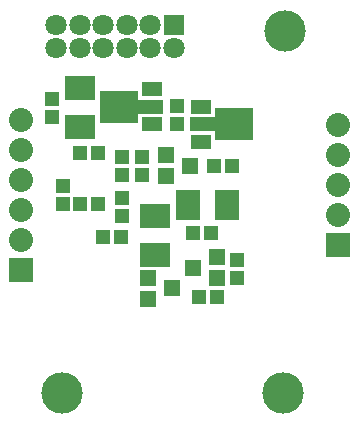
<source format=gts>
G04 (created by PCBNEW-RS274X (2012-01-19 BZR 3256)-stable) date Wed 26 Sep 2012 01:10:11 PM NZST*
G01*
G70*
G90*
%MOIN*%
G04 Gerber Fmt 3.4, Leading zero omitted, Abs format*
%FSLAX34Y34*%
G04 APERTURE LIST*
%ADD10C,0.006000*%
%ADD11C,0.138100*%
%ADD12R,0.067200X0.047600*%
%ADD13R,0.098700X0.047600*%
%ADD14R,0.130300X0.106600*%
%ADD15R,0.056000X0.056000*%
%ADD16R,0.080000X0.100000*%
%ADD17R,0.100000X0.080000*%
%ADD18R,0.045000X0.051500*%
%ADD19R,0.051500X0.045000*%
%ADD20R,0.080000X0.080000*%
%ADD21C,0.080000*%
%ADD22R,0.071200X0.071200*%
%ADD23C,0.071200*%
G04 APERTURE END LIST*
G54D10*
G54D11*
X32047Y-07677D03*
X31988Y-19764D03*
X24606Y-19764D03*
G54D12*
X29233Y-10216D03*
G54D13*
X29390Y-10807D03*
G54D12*
X29233Y-11398D03*
G54D14*
X30335Y-10807D03*
G54D12*
X27618Y-10807D03*
G54D13*
X27461Y-10216D03*
G54D12*
X27618Y-09625D03*
G54D14*
X26516Y-10216D03*
G54D15*
X28085Y-12535D03*
X28085Y-11835D03*
X28885Y-12185D03*
X29770Y-15241D03*
X29770Y-15941D03*
X28970Y-15591D03*
X27474Y-16610D03*
X27474Y-15910D03*
X28274Y-16260D03*
G54D16*
X30119Y-13484D03*
X28819Y-13484D03*
G54D17*
X25217Y-10905D03*
X25217Y-09605D03*
G54D18*
X29591Y-14409D03*
X28991Y-14409D03*
G54D19*
X26614Y-12505D03*
X26614Y-11905D03*
X27264Y-11885D03*
X27264Y-12485D03*
G54D18*
X29188Y-16574D03*
X29788Y-16574D03*
G54D19*
X30433Y-15930D03*
X30433Y-15330D03*
G54D18*
X26580Y-14567D03*
X25980Y-14567D03*
G54D19*
X24646Y-12850D03*
X24646Y-13450D03*
G54D18*
X30281Y-12185D03*
X29681Y-12185D03*
G54D19*
X28445Y-10792D03*
X28445Y-10192D03*
X24272Y-10555D03*
X24272Y-09955D03*
X26614Y-13243D03*
X26614Y-13843D03*
G54D18*
X25812Y-11772D03*
X25212Y-11772D03*
X25212Y-13465D03*
X25812Y-13465D03*
G54D20*
X33800Y-14814D03*
G54D21*
X33800Y-13814D03*
X33800Y-12814D03*
X33800Y-11814D03*
X33800Y-10814D03*
G54D20*
X23228Y-15650D03*
G54D21*
X23228Y-14650D03*
X23228Y-13650D03*
X23228Y-12650D03*
X23228Y-11650D03*
X23228Y-10650D03*
G54D22*
X28347Y-07480D03*
G54D23*
X28347Y-08268D03*
X27559Y-07480D03*
X27559Y-08268D03*
X26772Y-07480D03*
X26772Y-08268D03*
X25984Y-07480D03*
X25984Y-08268D03*
X25197Y-07480D03*
X25197Y-08268D03*
X24409Y-07480D03*
X24409Y-08268D03*
G54D17*
X27697Y-15157D03*
X27697Y-13857D03*
M02*

</source>
